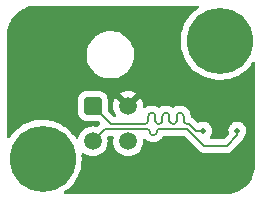
<source format=gbl>
G04 #@! TF.GenerationSoftware,KiCad,Pcbnew,(6.0.11-0)*
G04 #@! TF.CreationDate,2023-06-01T20:00:55-06:00*
G04 #@! TF.ProjectId,LIDPCB,4c494450-4342-42e6-9b69-6361645f7063,rev?*
G04 #@! TF.SameCoordinates,Original*
G04 #@! TF.FileFunction,Copper,L2,Bot*
G04 #@! TF.FilePolarity,Positive*
%FSLAX46Y46*%
G04 Gerber Fmt 4.6, Leading zero omitted, Abs format (unit mm)*
G04 Created by KiCad (PCBNEW (6.0.11-0)) date 2023-06-01 20:00:55*
%MOMM*%
%LPD*%
G01*
G04 APERTURE LIST*
G04 Aperture macros list*
%AMRoundRect*
0 Rectangle with rounded corners*
0 $1 Rounding radius*
0 $2 $3 $4 $5 $6 $7 $8 $9 X,Y pos of 4 corners*
0 Add a 4 corners polygon primitive as box body*
4,1,4,$2,$3,$4,$5,$6,$7,$8,$9,$2,$3,0*
0 Add four circle primitives for the rounded corners*
1,1,$1+$1,$2,$3*
1,1,$1+$1,$4,$5*
1,1,$1+$1,$6,$7*
1,1,$1+$1,$8,$9*
0 Add four rect primitives between the rounded corners*
20,1,$1+$1,$2,$3,$4,$5,0*
20,1,$1+$1,$4,$5,$6,$7,0*
20,1,$1+$1,$6,$7,$8,$9,0*
20,1,$1+$1,$8,$9,$2,$3,0*%
G04 Aperture macros list end*
G04 #@! TA.AperFunction,ComponentPad*
%ADD10C,5.600000*%
G04 #@! TD*
G04 #@! TA.AperFunction,ComponentPad*
%ADD11RoundRect,0.250001X-0.499999X-0.499999X0.499999X-0.499999X0.499999X0.499999X-0.499999X0.499999X0*%
G04 #@! TD*
G04 #@! TA.AperFunction,ComponentPad*
%ADD12C,1.500000*%
G04 #@! TD*
G04 #@! TA.AperFunction,ViaPad*
%ADD13C,0.500000*%
G04 #@! TD*
G04 #@! TA.AperFunction,Conductor*
%ADD14C,0.250000*%
G04 #@! TD*
G04 #@! TA.AperFunction,Conductor*
%ADD15C,0.160000*%
G04 #@! TD*
G04 APERTURE END LIST*
D10*
X103500000Y-113500000D03*
X118500000Y-103500000D03*
D11*
X107750000Y-109000000D03*
D12*
X110750000Y-109000000D03*
X107750000Y-112000000D03*
X110750000Y-112000000D03*
D13*
X116300000Y-116100000D03*
X116200000Y-109400000D03*
X113600000Y-105200000D03*
X118500000Y-114300000D03*
X120700000Y-106900000D03*
X109100000Y-115000000D03*
X101300000Y-105700000D03*
X120700000Y-109600000D03*
X114700000Y-112000000D03*
X109500000Y-101400000D03*
X117100000Y-111100000D03*
X120000000Y-111100000D03*
D14*
X116300000Y-116100000D02*
X118100000Y-114300000D01*
X118100000Y-114300000D02*
X118500000Y-114300000D01*
D15*
X115750000Y-110550000D02*
X115800000Y-110550000D01*
X114250000Y-109876854D02*
X114250000Y-110250000D01*
X114850000Y-110250000D02*
X114850000Y-109876854D01*
X115915686Y-110550000D02*
X116465686Y-111100000D01*
X116465686Y-111100000D02*
X117100000Y-111100000D01*
X115800000Y-110550000D02*
X115915686Y-110550000D01*
X115450000Y-109876854D02*
X115450000Y-110250000D01*
X107750000Y-109000000D02*
X109300000Y-110550000D01*
X109300000Y-110550000D02*
X112150000Y-110550000D01*
X113050000Y-109876854D02*
X113050000Y-110250000D01*
X112450000Y-110250000D02*
X112450000Y-109876854D01*
X113650000Y-110250000D02*
X113650000Y-109876854D01*
X115150000Y-109576900D02*
G75*
G03*
X114850000Y-109876854I0J-300000D01*
G01*
X114550000Y-110550000D02*
G75*
G02*
X114250000Y-110250000I0J300000D01*
G01*
X115750000Y-110550000D02*
G75*
G02*
X115450000Y-110250000I0J300000D01*
G01*
X114250046Y-109876854D02*
G75*
G03*
X113950000Y-109576854I-300046J-46D01*
G01*
X112450000Y-110250000D02*
G75*
G02*
X112150000Y-110550000I-300000J0D01*
G01*
X113950000Y-109576900D02*
G75*
G03*
X113650000Y-109876854I0J-300000D01*
G01*
X113050046Y-109876854D02*
G75*
G03*
X112750000Y-109576854I-300046J-46D01*
G01*
X112750000Y-109576900D02*
G75*
G03*
X112450000Y-109876854I0J-300000D01*
G01*
X113350000Y-110550000D02*
G75*
G02*
X113050000Y-110250000I0J300000D01*
G01*
X115450046Y-109876854D02*
G75*
G03*
X115150000Y-109576854I-300046J-46D01*
G01*
X113650000Y-110250000D02*
G75*
G02*
X113350000Y-110550000I-300000J0D01*
G01*
X114850000Y-110250000D02*
G75*
G02*
X114550000Y-110550000I-300000J0D01*
G01*
X119100000Y-112400000D02*
X117200000Y-112400000D01*
X117200000Y-112400000D02*
X115750000Y-110950000D01*
X112914850Y-111485151D02*
X112850000Y-111485151D01*
X108800000Y-110950000D02*
X107750000Y-112000000D01*
X115750000Y-110950000D02*
X113450000Y-110950000D01*
X112250000Y-110950000D02*
X108800000Y-110950000D01*
X112582425Y-111217576D02*
X112582425Y-111217575D01*
X113182425Y-111217575D02*
X113182425Y-111217576D01*
X112314850Y-110950000D02*
X112250000Y-110950000D01*
X120000000Y-111500000D02*
X119100000Y-112400000D01*
X120000000Y-111100000D02*
X120000000Y-111500000D01*
X112582449Y-111217576D02*
G75*
G03*
X112850000Y-111485151I267551J-24D01*
G01*
X112314850Y-110949975D02*
G75*
G02*
X112582425Y-111217575I-50J-267625D01*
G01*
X112914850Y-111485225D02*
G75*
G03*
X113182425Y-111217576I-50J267625D01*
G01*
X113182400Y-111217575D02*
G75*
G02*
X113450000Y-110950000I267600J-25D01*
G01*
G04 #@! TA.AperFunction,Conductor*
G36*
X116668127Y-100528502D02*
G01*
X116714620Y-100582158D01*
X116724724Y-100652432D01*
X116695230Y-100717012D01*
X116664715Y-100742614D01*
X116647193Y-100753101D01*
X116644467Y-100755163D01*
X116644465Y-100755164D01*
X116381243Y-100954238D01*
X116361367Y-100969270D01*
X116100559Y-101215043D01*
X115867819Y-101487546D01*
X115865900Y-101490358D01*
X115865897Y-101490363D01*
X115797120Y-101591187D01*
X115665871Y-101783591D01*
X115497077Y-102099714D01*
X115363411Y-102432218D01*
X115362491Y-102435492D01*
X115362489Y-102435497D01*
X115275607Y-102744591D01*
X115266437Y-102777213D01*
X115265875Y-102780570D01*
X115265875Y-102780571D01*
X115230931Y-102989392D01*
X115207290Y-103130663D01*
X115186661Y-103488434D01*
X115186833Y-103491829D01*
X115186833Y-103491830D01*
X115195841Y-103669653D01*
X115204792Y-103846340D01*
X115205329Y-103849695D01*
X115205330Y-103849701D01*
X115238012Y-104053741D01*
X115261470Y-104200195D01*
X115356033Y-104545859D01*
X115487374Y-104879288D01*
X115488957Y-104882303D01*
X115638472Y-105167087D01*
X115653957Y-105196582D01*
X115655858Y-105199411D01*
X115655864Y-105199421D01*
X115727657Y-105306259D01*
X115853834Y-105494029D01*
X116084665Y-105768150D01*
X116343751Y-106015738D01*
X116628061Y-106233897D01*
X116660056Y-106253350D01*
X116931355Y-106418303D01*
X116931360Y-106418306D01*
X116934270Y-106420075D01*
X116937358Y-106421521D01*
X116937357Y-106421521D01*
X117255710Y-106570649D01*
X117255720Y-106570653D01*
X117258794Y-106572093D01*
X117262010Y-106573194D01*
X117262015Y-106573196D01*
X117594615Y-106687071D01*
X117594623Y-106687073D01*
X117597838Y-106688174D01*
X117947435Y-106766959D01*
X117999728Y-106772917D01*
X118300114Y-106807142D01*
X118300122Y-106807142D01*
X118303497Y-106807527D01*
X118306901Y-106807545D01*
X118306904Y-106807545D01*
X118501227Y-106808562D01*
X118661857Y-106809403D01*
X118665243Y-106809053D01*
X118665245Y-106809053D01*
X119014932Y-106772917D01*
X119014941Y-106772916D01*
X119018324Y-106772566D01*
X119021657Y-106771852D01*
X119021660Y-106771851D01*
X119194186Y-106734864D01*
X119368727Y-106697446D01*
X119708968Y-106584922D01*
X120035066Y-106436311D01*
X120254449Y-106306051D01*
X120340262Y-106255099D01*
X120340267Y-106255096D01*
X120343207Y-106253350D01*
X120384485Y-106222358D01*
X120514073Y-106125060D01*
X120629786Y-106038180D01*
X120891451Y-105793319D01*
X121125140Y-105521630D01*
X121261660Y-105322992D01*
X121316728Y-105278181D01*
X121387281Y-105270256D01*
X121450919Y-105301733D01*
X121487436Y-105362618D01*
X121491500Y-105394359D01*
X121491500Y-113950633D01*
X121490000Y-113970018D01*
X121487690Y-113984851D01*
X121487690Y-113984855D01*
X121486309Y-113993724D01*
X121488558Y-114010919D01*
X121489391Y-114034863D01*
X121473794Y-114292710D01*
X121471960Y-114307814D01*
X121422916Y-114575446D01*
X121420477Y-114588754D01*
X121416836Y-114603527D01*
X121331859Y-114876227D01*
X121326466Y-114890445D01*
X121209243Y-115150906D01*
X121202172Y-115164379D01*
X121054405Y-115408813D01*
X121045762Y-115421334D01*
X120869615Y-115646171D01*
X120859525Y-115657560D01*
X120657560Y-115859525D01*
X120646171Y-115869615D01*
X120421334Y-116045762D01*
X120408813Y-116054405D01*
X120164379Y-116202172D01*
X120150908Y-116209242D01*
X119890445Y-116326466D01*
X119876231Y-116331858D01*
X119603527Y-116416836D01*
X119588760Y-116420475D01*
X119379786Y-116458771D01*
X119307814Y-116471960D01*
X119292710Y-116473794D01*
X119042096Y-116488953D01*
X119015284Y-116487692D01*
X119015148Y-116487690D01*
X119006276Y-116486309D01*
X118997374Y-116487473D01*
X118997372Y-116487473D01*
X118982323Y-116489441D01*
X118974714Y-116490436D01*
X118958379Y-116491500D01*
X105401120Y-116491500D01*
X105332999Y-116471498D01*
X105286506Y-116417842D01*
X105276402Y-116347568D01*
X105305896Y-116282988D01*
X105336789Y-116257161D01*
X105343207Y-116253350D01*
X105629786Y-116038180D01*
X105891451Y-115793319D01*
X106125140Y-115521630D01*
X106247040Y-115344264D01*
X106326190Y-115229101D01*
X106326195Y-115229094D01*
X106328120Y-115226292D01*
X106329732Y-115223298D01*
X106329737Y-115223290D01*
X106496395Y-114913772D01*
X106498017Y-114910760D01*
X106622771Y-114603527D01*
X106631562Y-114581877D01*
X106631564Y-114581872D01*
X106632842Y-114578724D01*
X106731020Y-114234070D01*
X106766787Y-114024823D01*
X106790829Y-113884175D01*
X106790829Y-113884173D01*
X106791401Y-113880828D01*
X106813278Y-113523131D01*
X106813359Y-113500000D01*
X106793979Y-113142159D01*
X106791393Y-113126367D01*
X106800124Y-113055909D01*
X106845561Y-113001356D01*
X106913278Y-112980029D01*
X106981777Y-112998698D01*
X106988008Y-113002792D01*
X107118346Y-113094056D01*
X107317924Y-113187120D01*
X107530629Y-113244115D01*
X107750000Y-113263307D01*
X107969371Y-113244115D01*
X108182076Y-113187120D01*
X108381654Y-113094056D01*
X108532403Y-112988500D01*
X108557527Y-112970908D01*
X108557529Y-112970906D01*
X108562038Y-112967749D01*
X108717749Y-112812038D01*
X108844056Y-112631653D01*
X108846379Y-112626671D01*
X108846382Y-112626666D01*
X108934795Y-112437061D01*
X108937120Y-112432076D01*
X108994115Y-112219371D01*
X109013307Y-112000000D01*
X108994115Y-111780629D01*
X108992691Y-111775316D01*
X108992690Y-111775308D01*
X108972268Y-111699093D01*
X108973957Y-111628116D01*
X109004879Y-111577386D01*
X109006860Y-111575405D01*
X109069172Y-111541379D01*
X109095955Y-111538500D01*
X109406557Y-111538500D01*
X109474678Y-111558502D01*
X109521171Y-111612158D01*
X109531275Y-111682432D01*
X109528263Y-111697112D01*
X109507310Y-111775309D01*
X109507309Y-111775315D01*
X109505885Y-111780629D01*
X109486693Y-112000000D01*
X109505885Y-112219371D01*
X109562880Y-112432076D01*
X109565205Y-112437061D01*
X109653618Y-112626666D01*
X109653621Y-112626671D01*
X109655944Y-112631653D01*
X109782251Y-112812038D01*
X109937962Y-112967749D01*
X109942471Y-112970906D01*
X109942473Y-112970908D01*
X109967597Y-112988500D01*
X110118346Y-113094056D01*
X110317924Y-113187120D01*
X110530629Y-113244115D01*
X110750000Y-113263307D01*
X110969371Y-113244115D01*
X111182076Y-113187120D01*
X111381654Y-113094056D01*
X111532403Y-112988500D01*
X111557527Y-112970908D01*
X111557529Y-112970906D01*
X111562038Y-112967749D01*
X111717749Y-112812038D01*
X111844056Y-112631653D01*
X111846379Y-112626671D01*
X111846382Y-112626666D01*
X111934795Y-112437061D01*
X111937120Y-112432076D01*
X111994115Y-112219371D01*
X112013307Y-112000000D01*
X112004497Y-111899301D01*
X112018486Y-111829697D01*
X112067886Y-111778704D01*
X112137012Y-111762514D01*
X112203917Y-111786266D01*
X112227421Y-111808391D01*
X112241724Y-111825821D01*
X112372078Y-111932808D01*
X112469915Y-111985106D01*
X112515349Y-112009393D01*
X112515352Y-112009394D01*
X112520801Y-112012307D01*
X112682175Y-112061263D01*
X112688334Y-112061870D01*
X112688336Y-112061870D01*
X112819719Y-112074811D01*
X112823812Y-112075282D01*
X112841809Y-112077651D01*
X112841811Y-112077651D01*
X112850000Y-112078729D01*
X112866027Y-112076619D01*
X112898888Y-112076616D01*
X112914961Y-112078729D01*
X112923145Y-112077650D01*
X112923147Y-112077650D01*
X112930118Y-112076731D01*
X112938925Y-112075570D01*
X112942987Y-112075102D01*
X112993849Y-112070083D01*
X113076619Y-112061916D01*
X113076623Y-112061915D01*
X113082777Y-112061308D01*
X113244139Y-112012330D01*
X113362114Y-111949247D01*
X113387391Y-111935731D01*
X113387392Y-111935730D01*
X113392846Y-111932814D01*
X113397643Y-111928876D01*
X113518398Y-111829747D01*
X113518400Y-111829745D01*
X113523185Y-111825817D01*
X113527110Y-111821033D01*
X113527114Y-111821029D01*
X113608366Y-111721995D01*
X113630146Y-111695449D01*
X113656869Y-111645440D01*
X113678416Y-111605117D01*
X113728162Y-111554463D01*
X113789545Y-111538500D01*
X115454045Y-111538500D01*
X115522166Y-111558502D01*
X115543140Y-111575405D01*
X116750750Y-112783014D01*
X116761617Y-112795405D01*
X116780277Y-112819723D01*
X116903211Y-112914054D01*
X116974791Y-112943703D01*
X117046371Y-112973353D01*
X117200000Y-112993578D01*
X117230385Y-112989578D01*
X117246830Y-112988500D01*
X119053170Y-112988500D01*
X119069615Y-112989578D01*
X119100000Y-112993578D01*
X119108189Y-112992500D01*
X119245442Y-112974431D01*
X119245443Y-112974431D01*
X119253630Y-112973353D01*
X119358979Y-112929715D01*
X119389158Y-112917215D01*
X119389159Y-112917214D01*
X119396789Y-112914054D01*
X119519723Y-112819723D01*
X119538380Y-112795409D01*
X119549247Y-112783018D01*
X120383018Y-111949247D01*
X120395409Y-111938380D01*
X120413173Y-111924749D01*
X120419723Y-111919723D01*
X120514054Y-111796789D01*
X120573352Y-111653629D01*
X120575464Y-111637586D01*
X120577073Y-111625367D01*
X120597047Y-111572087D01*
X120647103Y-111496746D01*
X120678891Y-111448902D01*
X120739319Y-111289825D01*
X120763001Y-111121313D01*
X120763299Y-111100000D01*
X120744331Y-110930892D01*
X120688368Y-110770189D01*
X120683031Y-110761647D01*
X120660420Y-110725464D01*
X120598192Y-110625879D01*
X120478286Y-110505132D01*
X120462039Y-110494821D01*
X120423406Y-110470304D01*
X120334608Y-110413951D01*
X120174300Y-110356868D01*
X120005329Y-110336720D01*
X119998326Y-110337456D01*
X119998325Y-110337456D01*
X119843101Y-110353770D01*
X119843097Y-110353771D01*
X119836093Y-110354507D01*
X119829422Y-110356778D01*
X119681673Y-110407075D01*
X119681670Y-110407076D01*
X119675003Y-110409346D01*
X119669005Y-110413036D01*
X119669003Y-110413037D01*
X119536065Y-110494821D01*
X119536063Y-110494823D01*
X119530066Y-110498512D01*
X119525033Y-110503441D01*
X119437567Y-110589095D01*
X119408486Y-110617573D01*
X119404675Y-110623487D01*
X119404673Y-110623489D01*
X119331409Y-110737172D01*
X119316304Y-110760610D01*
X119258103Y-110920516D01*
X119236775Y-111089343D01*
X119253381Y-111258699D01*
X119255604Y-111265381D01*
X119255605Y-111265387D01*
X119267672Y-111301662D01*
X119270194Y-111372613D01*
X119237208Y-111430527D01*
X118893140Y-111774595D01*
X118830828Y-111808621D01*
X118804045Y-111811500D01*
X117767817Y-111811500D01*
X117699696Y-111791498D01*
X117653203Y-111737842D01*
X117643099Y-111667568D01*
X117672593Y-111602988D01*
X117678744Y-111596540D01*
X117679618Y-111595499D01*
X117684721Y-111590639D01*
X117693527Y-111577386D01*
X117747103Y-111496746D01*
X117778891Y-111448902D01*
X117839319Y-111289825D01*
X117863001Y-111121313D01*
X117863299Y-111100000D01*
X117844331Y-110930892D01*
X117788368Y-110770189D01*
X117783031Y-110761647D01*
X117760420Y-110725464D01*
X117698192Y-110625879D01*
X117578286Y-110505132D01*
X117562039Y-110494821D01*
X117523406Y-110470304D01*
X117434608Y-110413951D01*
X117274300Y-110356868D01*
X117105329Y-110336720D01*
X117098326Y-110337456D01*
X117098325Y-110337456D01*
X116943101Y-110353770D01*
X116943097Y-110353771D01*
X116936093Y-110354507D01*
X116929422Y-110356778D01*
X116781673Y-110407075D01*
X116781670Y-110407076D01*
X116775003Y-110409346D01*
X116755927Y-110421082D01*
X116687428Y-110439740D01*
X116619714Y-110418402D01*
X116600810Y-110402859D01*
X116364933Y-110166982D01*
X116354066Y-110154591D01*
X116340435Y-110136827D01*
X116335409Y-110130277D01*
X116212475Y-110035946D01*
X116153176Y-110011384D01*
X116120282Y-109997759D01*
X116065002Y-109953212D01*
X116042833Y-109882429D01*
X116043578Y-109876763D01*
X116040932Y-109856685D01*
X116040461Y-109852589D01*
X116026274Y-109708758D01*
X116026273Y-109708755D01*
X116025666Y-109702597D01*
X115974842Y-109535128D01*
X115892326Y-109380791D01*
X115781288Y-109245515D01*
X115645995Y-109134498D01*
X115520445Y-109067398D01*
X115497105Y-109054924D01*
X115497104Y-109054924D01*
X115491645Y-109052006D01*
X115485720Y-109050209D01*
X115485718Y-109050208D01*
X115330091Y-109003003D01*
X115330088Y-109003002D01*
X115324169Y-109001207D01*
X115318014Y-109000601D01*
X115318010Y-109000600D01*
X115244466Y-108993358D01*
X115175512Y-108986567D01*
X115171480Y-108986104D01*
X115150000Y-108983276D01*
X115141811Y-108984354D01*
X115141809Y-108984354D01*
X115127170Y-108986281D01*
X115123076Y-108986752D01*
X114982000Y-109000646D01*
X114981997Y-109000647D01*
X114975840Y-109001253D01*
X114808372Y-109052048D01*
X114802916Y-109054964D01*
X114802911Y-109054966D01*
X114659557Y-109131582D01*
X114654030Y-109134536D01*
X114649247Y-109138461D01*
X114629964Y-109154284D01*
X114564615Y-109182034D01*
X114494638Y-109170048D01*
X114470109Y-109154285D01*
X114450777Y-109138422D01*
X114450778Y-109138422D01*
X114445995Y-109134498D01*
X114320445Y-109067398D01*
X114297105Y-109054924D01*
X114297104Y-109054924D01*
X114291645Y-109052006D01*
X114285720Y-109050209D01*
X114285718Y-109050208D01*
X114130091Y-109003003D01*
X114130088Y-109003002D01*
X114124169Y-109001207D01*
X114118014Y-109000601D01*
X114118010Y-109000600D01*
X114044466Y-108993358D01*
X113975512Y-108986567D01*
X113971480Y-108986104D01*
X113950000Y-108983276D01*
X113941811Y-108984354D01*
X113941809Y-108984354D01*
X113927170Y-108986281D01*
X113923076Y-108986752D01*
X113782000Y-109000646D01*
X113781997Y-109000647D01*
X113775840Y-109001253D01*
X113608372Y-109052048D01*
X113602916Y-109054964D01*
X113602911Y-109054966D01*
X113459557Y-109131582D01*
X113454030Y-109134536D01*
X113449247Y-109138461D01*
X113429964Y-109154284D01*
X113364615Y-109182034D01*
X113294638Y-109170048D01*
X113270109Y-109154285D01*
X113250777Y-109138422D01*
X113250778Y-109138422D01*
X113245995Y-109134498D01*
X113120445Y-109067398D01*
X113097105Y-109054924D01*
X113097104Y-109054924D01*
X113091645Y-109052006D01*
X113085720Y-109050209D01*
X113085718Y-109050208D01*
X112930091Y-109003003D01*
X112930088Y-109003002D01*
X112924169Y-109001207D01*
X112918014Y-109000601D01*
X112918010Y-109000600D01*
X112844466Y-108993358D01*
X112775512Y-108986567D01*
X112771480Y-108986104D01*
X112750000Y-108983276D01*
X112741811Y-108984354D01*
X112741809Y-108984354D01*
X112727170Y-108986281D01*
X112723076Y-108986752D01*
X112582000Y-109000646D01*
X112581997Y-109000647D01*
X112575840Y-109001253D01*
X112408372Y-109052048D01*
X112402916Y-109054964D01*
X112402911Y-109054966D01*
X112259557Y-109131582D01*
X112254030Y-109134536D01*
X112249248Y-109138460D01*
X112249242Y-109138464D01*
X112213020Y-109168186D01*
X112147671Y-109195935D01*
X112077693Y-109183948D01*
X112025305Y-109136031D01*
X112007139Y-109067398D01*
X112007574Y-109059799D01*
X112012326Y-109005486D01*
X112012326Y-108994525D01*
X111994099Y-108786196D01*
X111992196Y-108775401D01*
X111938072Y-108573405D01*
X111934326Y-108563113D01*
X111845946Y-108373583D01*
X111840466Y-108364093D01*
X111811589Y-108322851D01*
X111801114Y-108314477D01*
X111787667Y-108321545D01*
X110839095Y-109270116D01*
X110776783Y-109304141D01*
X110705967Y-109299076D01*
X110660905Y-109270116D01*
X109711611Y-108320822D01*
X109699838Y-108314394D01*
X109687824Y-108323689D01*
X109659534Y-108364093D01*
X109654054Y-108373583D01*
X109565674Y-108563113D01*
X109561928Y-108573405D01*
X109507804Y-108775401D01*
X109505901Y-108786196D01*
X109487674Y-108994525D01*
X109487674Y-109005475D01*
X109505901Y-109213804D01*
X109507804Y-109224599D01*
X109561928Y-109426595D01*
X109565674Y-109436887D01*
X109654056Y-109626421D01*
X109659530Y-109635901D01*
X109748686Y-109763229D01*
X109771374Y-109830503D01*
X109754089Y-109899364D01*
X109702319Y-109947948D01*
X109645473Y-109961500D01*
X109595955Y-109961500D01*
X109527834Y-109941498D01*
X109506860Y-109924595D01*
X109045405Y-109463140D01*
X109011379Y-109400828D01*
X109008500Y-109374045D01*
X109008500Y-108449600D01*
X108997526Y-108343835D01*
X108990090Y-108321545D01*
X108943868Y-108183003D01*
X108941550Y-108176055D01*
X108848478Y-108025652D01*
X108771579Y-107948887D01*
X110064477Y-107948887D01*
X110071545Y-107962334D01*
X110737189Y-108627979D01*
X110751132Y-108635592D01*
X110752966Y-108635461D01*
X110759580Y-108631210D01*
X111429180Y-107961609D01*
X111435607Y-107949839D01*
X111426313Y-107937825D01*
X111385912Y-107909536D01*
X111376416Y-107904053D01*
X111186887Y-107815674D01*
X111176595Y-107811928D01*
X110974599Y-107757804D01*
X110963804Y-107755901D01*
X110755475Y-107737674D01*
X110744525Y-107737674D01*
X110536196Y-107755901D01*
X110525401Y-107757804D01*
X110323405Y-107811928D01*
X110313113Y-107815674D01*
X110123583Y-107904054D01*
X110114093Y-107909534D01*
X110072851Y-107938411D01*
X110064477Y-107948887D01*
X108771579Y-107948887D01*
X108723303Y-107900695D01*
X108585374Y-107815674D01*
X108578968Y-107811725D01*
X108578966Y-107811724D01*
X108572738Y-107807885D01*
X108421748Y-107757804D01*
X108411389Y-107754368D01*
X108411387Y-107754368D01*
X108404861Y-107752203D01*
X108398025Y-107751503D01*
X108398022Y-107751502D01*
X108354969Y-107747091D01*
X108300400Y-107741500D01*
X107199600Y-107741500D01*
X107196354Y-107741837D01*
X107196350Y-107741837D01*
X107100693Y-107751762D01*
X107100689Y-107751763D01*
X107093835Y-107752474D01*
X107087299Y-107754655D01*
X107087297Y-107754655D01*
X106955195Y-107798728D01*
X106926055Y-107808450D01*
X106775652Y-107901522D01*
X106650695Y-108026697D01*
X106557885Y-108177262D01*
X106555581Y-108184209D01*
X106509318Y-108323689D01*
X106502203Y-108345139D01*
X106491500Y-108449600D01*
X106491500Y-109550400D01*
X106491837Y-109553646D01*
X106491837Y-109553650D01*
X106499388Y-109626421D01*
X106502474Y-109656165D01*
X106504655Y-109662701D01*
X106504655Y-109662703D01*
X106517965Y-109702597D01*
X106558450Y-109823945D01*
X106651522Y-109974348D01*
X106776697Y-110099305D01*
X106782927Y-110103145D01*
X106782928Y-110103146D01*
X106837569Y-110136827D01*
X106927262Y-110192115D01*
X107007005Y-110218564D01*
X107088611Y-110245632D01*
X107088613Y-110245632D01*
X107095139Y-110247797D01*
X107101975Y-110248497D01*
X107101978Y-110248498D01*
X107145031Y-110252909D01*
X107199600Y-110258500D01*
X108124045Y-110258500D01*
X108192166Y-110278502D01*
X108213140Y-110295405D01*
X108328640Y-110410905D01*
X108362666Y-110473217D01*
X108357601Y-110544032D01*
X108328640Y-110589095D01*
X108172614Y-110745121D01*
X108110302Y-110779147D01*
X108050907Y-110777732D01*
X107974692Y-110757310D01*
X107974684Y-110757309D01*
X107969371Y-110755885D01*
X107750000Y-110736693D01*
X107530629Y-110755885D01*
X107317924Y-110812880D01*
X107224562Y-110856415D01*
X107123334Y-110903618D01*
X107123329Y-110903621D01*
X107118347Y-110905944D01*
X107113840Y-110909100D01*
X107113838Y-110909101D01*
X106942473Y-111029092D01*
X106942470Y-111029094D01*
X106937962Y-111032251D01*
X106782251Y-111187962D01*
X106779094Y-111192470D01*
X106779092Y-111192473D01*
X106706312Y-111296414D01*
X106655944Y-111368347D01*
X106653621Y-111373329D01*
X106653618Y-111373334D01*
X106626949Y-111430527D01*
X106562880Y-111567924D01*
X106561456Y-111573237D01*
X106561456Y-111573238D01*
X106527803Y-111698832D01*
X106490851Y-111759455D01*
X106426991Y-111790476D01*
X106356496Y-111782048D01*
X106301760Y-111736861D01*
X106141102Y-111499570D01*
X106139190Y-111496746D01*
X106103595Y-111454773D01*
X105942983Y-111265387D01*
X105907403Y-111223432D01*
X105647454Y-110976750D01*
X105388063Y-110779147D01*
X105365091Y-110761647D01*
X105365089Y-110761646D01*
X105362384Y-110759585D01*
X105359472Y-110757828D01*
X105359467Y-110757825D01*
X105058443Y-110576236D01*
X105058437Y-110576233D01*
X105055528Y-110574478D01*
X104730475Y-110423593D01*
X104530880Y-110356034D01*
X104394255Y-110309789D01*
X104394250Y-110309788D01*
X104391028Y-110308697D01*
X104164606Y-110258500D01*
X104044493Y-110231871D01*
X104044487Y-110231870D01*
X104041158Y-110231132D01*
X104037769Y-110230758D01*
X104037764Y-110230757D01*
X103688338Y-110192180D01*
X103688333Y-110192180D01*
X103684957Y-110191807D01*
X103681558Y-110191801D01*
X103681557Y-110191801D01*
X103512080Y-110191505D01*
X103326592Y-110191182D01*
X103213413Y-110203277D01*
X102973639Y-110228901D01*
X102973631Y-110228902D01*
X102970256Y-110229263D01*
X102620117Y-110305606D01*
X102280271Y-110419317D01*
X102277178Y-110420739D01*
X102277177Y-110420740D01*
X102270974Y-110423593D01*
X101954694Y-110569066D01*
X101951760Y-110570822D01*
X101951758Y-110570823D01*
X101660527Y-110745121D01*
X101647193Y-110753101D01*
X101644467Y-110755163D01*
X101644465Y-110755164D01*
X101412112Y-110930892D01*
X101361367Y-110969270D01*
X101100559Y-111215043D01*
X101098347Y-111217633D01*
X101098345Y-111217635D01*
X101039874Y-111286096D01*
X100867819Y-111487546D01*
X100865900Y-111490358D01*
X100865897Y-111490363D01*
X100827454Y-111546719D01*
X100745017Y-111667568D01*
X100738588Y-111676992D01*
X100683677Y-111721995D01*
X100613152Y-111730166D01*
X100549405Y-111698912D01*
X100512675Y-111638155D01*
X100508500Y-111605988D01*
X100508500Y-104609733D01*
X107237822Y-104609733D01*
X107237975Y-104614121D01*
X107237975Y-104614127D01*
X107247235Y-104879288D01*
X107247625Y-104890458D01*
X107248387Y-104894781D01*
X107248388Y-104894788D01*
X107272164Y-105029624D01*
X107296402Y-105167087D01*
X107383203Y-105434235D01*
X107385131Y-105438188D01*
X107385133Y-105438193D01*
X107427091Y-105524218D01*
X107506340Y-105686702D01*
X107508795Y-105690341D01*
X107508798Y-105690347D01*
X107559520Y-105765545D01*
X107663415Y-105919576D01*
X107851371Y-106128322D01*
X108066550Y-106308879D01*
X108304764Y-106457731D01*
X108561375Y-106571982D01*
X108831390Y-106649407D01*
X108835740Y-106650018D01*
X108835743Y-106650019D01*
X108938690Y-106664487D01*
X109109552Y-106688500D01*
X109320146Y-106688500D01*
X109322332Y-106688347D01*
X109322336Y-106688347D01*
X109525827Y-106674118D01*
X109525832Y-106674117D01*
X109530212Y-106673811D01*
X109804970Y-106615409D01*
X109809099Y-106613906D01*
X109809103Y-106613905D01*
X110064781Y-106520846D01*
X110064785Y-106520844D01*
X110068926Y-106519337D01*
X110316942Y-106387464D01*
X110421896Y-106311211D01*
X110540629Y-106224947D01*
X110540632Y-106224944D01*
X110544192Y-106222358D01*
X110746252Y-106027231D01*
X110919188Y-105805882D01*
X110921384Y-105802078D01*
X110921389Y-105802071D01*
X111057435Y-105566431D01*
X111059636Y-105562619D01*
X111164862Y-105302176D01*
X111198544Y-105167087D01*
X111231753Y-105033893D01*
X111231754Y-105033888D01*
X111232817Y-105029624D01*
X111262178Y-104750267D01*
X111255040Y-104545859D01*
X111252529Y-104473939D01*
X111252528Y-104473933D01*
X111252375Y-104469542D01*
X111228608Y-104334749D01*
X111204360Y-104197236D01*
X111203598Y-104192913D01*
X111116797Y-103925765D01*
X110993660Y-103673298D01*
X110991205Y-103669659D01*
X110991202Y-103669653D01*
X110910935Y-103550653D01*
X110836585Y-103440424D01*
X110648629Y-103231678D01*
X110433450Y-103051121D01*
X110195236Y-102902269D01*
X109938625Y-102788018D01*
X109668610Y-102710593D01*
X109664260Y-102709982D01*
X109664257Y-102709981D01*
X109537637Y-102692186D01*
X109390448Y-102671500D01*
X109179854Y-102671500D01*
X109177668Y-102671653D01*
X109177664Y-102671653D01*
X108974173Y-102685882D01*
X108974168Y-102685883D01*
X108969788Y-102686189D01*
X108695030Y-102744591D01*
X108690901Y-102746094D01*
X108690897Y-102746095D01*
X108435219Y-102839154D01*
X108435215Y-102839156D01*
X108431074Y-102840663D01*
X108183058Y-102972536D01*
X108179499Y-102975122D01*
X108179497Y-102975123D01*
X107965414Y-103130663D01*
X107955808Y-103137642D01*
X107753748Y-103332769D01*
X107580812Y-103554118D01*
X107578616Y-103557922D01*
X107578611Y-103557929D01*
X107464794Y-103755067D01*
X107440364Y-103797381D01*
X107335138Y-104057824D01*
X107334073Y-104062097D01*
X107334072Y-104062099D01*
X107300379Y-104197236D01*
X107267183Y-104330376D01*
X107237822Y-104609733D01*
X100508500Y-104609733D01*
X100508500Y-103053250D01*
X100510246Y-103032345D01*
X100512770Y-103017344D01*
X100512770Y-103017341D01*
X100513576Y-103012552D01*
X100513729Y-103000000D01*
X100513040Y-102995186D01*
X100513039Y-102995177D01*
X100511869Y-102987006D01*
X100510827Y-102961540D01*
X100526206Y-102707290D01*
X100528040Y-102692186D01*
X100579523Y-102411246D01*
X100583164Y-102396473D01*
X100668141Y-102123773D01*
X100673534Y-102109555D01*
X100790758Y-101849092D01*
X100797828Y-101835621D01*
X100945595Y-101591187D01*
X100954238Y-101578666D01*
X101130385Y-101353829D01*
X101140475Y-101342440D01*
X101342440Y-101140475D01*
X101353829Y-101130385D01*
X101578666Y-100954238D01*
X101591187Y-100945595D01*
X101835621Y-100797828D01*
X101849094Y-100790757D01*
X101891777Y-100771547D01*
X102109555Y-100673534D01*
X102123769Y-100668142D01*
X102396474Y-100583164D01*
X102411240Y-100579525D01*
X102620214Y-100541229D01*
X102692186Y-100528040D01*
X102707290Y-100526206D01*
X102957904Y-100511047D01*
X102984716Y-100512308D01*
X102984852Y-100512310D01*
X102993724Y-100513691D01*
X103002626Y-100512527D01*
X103002628Y-100512527D01*
X103017677Y-100510559D01*
X103025286Y-100509564D01*
X103041621Y-100508500D01*
X116600006Y-100508500D01*
X116668127Y-100528502D01*
G37*
G04 #@! TD.AperFunction*
M02*

</source>
